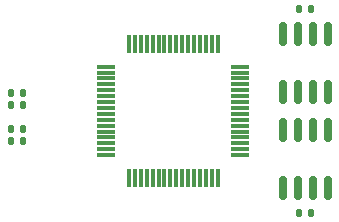
<source format=gbr>
%TF.GenerationSoftware,KiCad,Pcbnew,8.0.2-8.0.2-0~ubuntu22.04.1*%
%TF.CreationDate,2024-05-07T00:28:05+09:00*%
%TF.ProjectId,CANgatewayE,43414e67-6174-4657-9761-79452e6b6963,rev?*%
%TF.SameCoordinates,Original*%
%TF.FileFunction,Paste,Bot*%
%TF.FilePolarity,Positive*%
%FSLAX46Y46*%
G04 Gerber Fmt 4.6, Leading zero omitted, Abs format (unit mm)*
G04 Created by KiCad (PCBNEW 8.0.2-8.0.2-0~ubuntu22.04.1) date 2024-05-07 00:28:05*
%MOMM*%
%LPD*%
G01*
G04 APERTURE LIST*
G04 Aperture macros list*
%AMRoundRect*
0 Rectangle with rounded corners*
0 $1 Rounding radius*
0 $2 $3 $4 $5 $6 $7 $8 $9 X,Y pos of 4 corners*
0 Add a 4 corners polygon primitive as box body*
4,1,4,$2,$3,$4,$5,$6,$7,$8,$9,$2,$3,0*
0 Add four circle primitives for the rounded corners*
1,1,$1+$1,$2,$3*
1,1,$1+$1,$4,$5*
1,1,$1+$1,$6,$7*
1,1,$1+$1,$8,$9*
0 Add four rect primitives between the rounded corners*
20,1,$1+$1,$2,$3,$4,$5,0*
20,1,$1+$1,$4,$5,$6,$7,0*
20,1,$1+$1,$6,$7,$8,$9,0*
20,1,$1+$1,$8,$9,$2,$3,0*%
G04 Aperture macros list end*
%ADD10RoundRect,0.150000X-0.150000X0.825000X-0.150000X-0.825000X0.150000X-0.825000X0.150000X0.825000X0*%
%ADD11RoundRect,0.150000X0.150000X-0.825000X0.150000X0.825000X-0.150000X0.825000X-0.150000X-0.825000X0*%
%ADD12RoundRect,0.135000X-0.135000X-0.185000X0.135000X-0.185000X0.135000X0.185000X-0.135000X0.185000X0*%
%ADD13RoundRect,0.075000X0.075000X-0.700000X0.075000X0.700000X-0.075000X0.700000X-0.075000X-0.700000X0*%
%ADD14RoundRect,0.075000X0.700000X-0.075000X0.700000X0.075000X-0.700000X0.075000X-0.700000X-0.075000X0*%
G04 APERTURE END LIST*
D10*
%TO.C,U4*%
X44831000Y11111000D03*
X46101000Y11111000D03*
X47371000Y11111000D03*
X48641000Y11111000D03*
X48641000Y6161000D03*
X47371000Y6161000D03*
X46101000Y6161000D03*
X44831000Y6161000D03*
%TD*%
D11*
%TO.C,U3*%
X48641000Y14289000D03*
X47371000Y14289000D03*
X46101000Y14289000D03*
X44831000Y14289000D03*
X44831000Y19239000D03*
X46101000Y19239000D03*
X47371000Y19239000D03*
X48641000Y19239000D03*
%TD*%
D12*
%TO.C,R12*%
X21842000Y13208000D03*
X22862000Y13208000D03*
%TD*%
%TO.C,R20*%
X46226000Y4064000D03*
X47246000Y4064000D03*
%TD*%
%TO.C,R13*%
X21842000Y14224000D03*
X22862000Y14224000D03*
%TD*%
%TO.C,R19*%
X46226000Y21336000D03*
X47246000Y21336000D03*
%TD*%
D13*
%TO.C,U1*%
X39310000Y7025000D03*
X38810000Y7025000D03*
X38310000Y7025000D03*
X37810000Y7025000D03*
X37310000Y7025000D03*
X36810000Y7025000D03*
X36310000Y7025000D03*
X35810000Y7025000D03*
X35310000Y7025000D03*
X34810000Y7025000D03*
X34310000Y7025000D03*
X33810000Y7025000D03*
X33310000Y7025000D03*
X32810000Y7025000D03*
X32310000Y7025000D03*
X31810000Y7025000D03*
D14*
X29885000Y8950000D03*
X29885000Y9450000D03*
X29885000Y9950000D03*
X29885000Y10450000D03*
X29885000Y10950000D03*
X29885000Y11450000D03*
X29885000Y11950000D03*
X29885000Y12450000D03*
X29885000Y12950000D03*
X29885000Y13450000D03*
X29885000Y13950000D03*
X29885000Y14450000D03*
X29885000Y14950000D03*
X29885000Y15450000D03*
X29885000Y15950000D03*
X29885000Y16450000D03*
D13*
X31810000Y18375000D03*
X32310000Y18375000D03*
X32810000Y18375000D03*
X33310000Y18375000D03*
X33810000Y18375000D03*
X34310000Y18375000D03*
X34810000Y18375000D03*
X35310000Y18375000D03*
X35810000Y18375000D03*
X36310000Y18375000D03*
X36810000Y18375000D03*
X37310000Y18375000D03*
X37810000Y18375000D03*
X38310000Y18375000D03*
X38810000Y18375000D03*
X39310000Y18375000D03*
D14*
X41235000Y16450000D03*
X41235000Y15950000D03*
X41235000Y15450000D03*
X41235000Y14950000D03*
X41235000Y14450000D03*
X41235000Y13950000D03*
X41235000Y13450000D03*
X41235000Y12950000D03*
X41235000Y12450000D03*
X41235000Y11950000D03*
X41235000Y11450000D03*
X41235000Y10950000D03*
X41235000Y10450000D03*
X41235000Y9950000D03*
X41235000Y9450000D03*
X41235000Y8950000D03*
%TD*%
D12*
%TO.C,R14*%
X21842000Y10160000D03*
X22862000Y10160000D03*
%TD*%
%TO.C,R15*%
X21842000Y11176000D03*
X22862000Y11176000D03*
%TD*%
M02*

</source>
